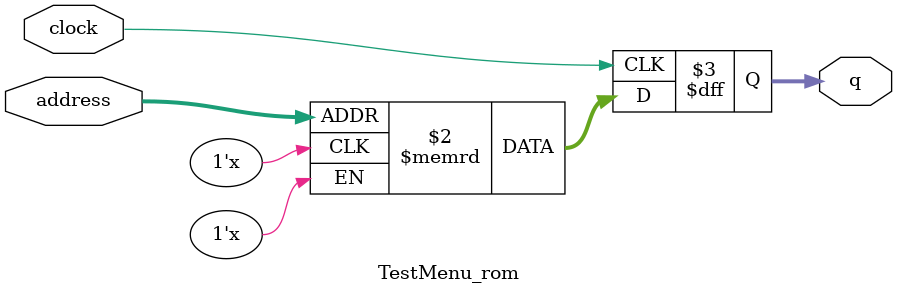
<source format=sv>
module TestMenu_rom (
	input logic clock,
	input logic [17:0] address,
	output logic [3:0] q
);

logic [3:0] memory [0:249999] /* synthesis ram_init_file = "./TestMenu/TestMenu.mif" */;

always_ff @ (posedge clock) begin
	q <= memory[address];
end

endmodule

</source>
